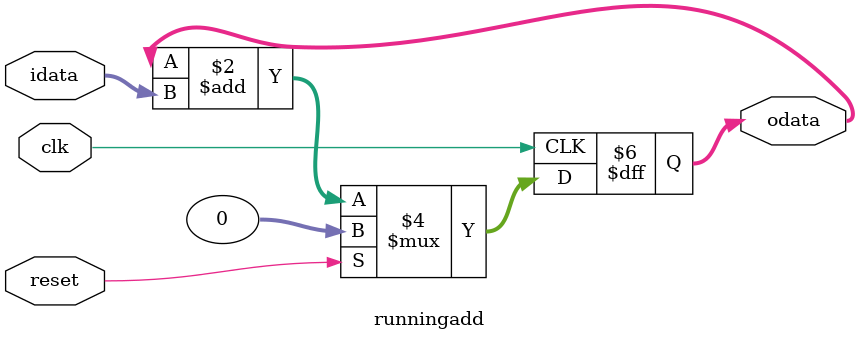
<source format=v>
module runningadd(
input clk,reset,
input [7:0] idata,
output reg [31:0] odata);

always @(posedge clk)
begin
if (reset)

   odata<=0;
else
  odata<=odata+idata;
  
end

endmodule
</source>
